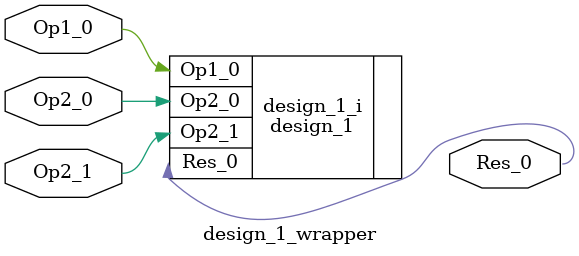
<source format=v>
`timescale 1 ps / 1 ps

module design_1_wrapper
   (Op1_0,
    Op2_0,
    Op2_1,
    Res_0);
  input [0:0]Op1_0;
  input [0:0]Op2_0;
  input [0:0]Op2_1;
  output [0:0]Res_0;

  wire [0:0]Op1_0;
  wire [0:0]Op2_0;
  wire [0:0]Op2_1;
  wire [0:0]Res_0;

  design_1 design_1_i
       (.Op1_0(Op1_0),
        .Op2_0(Op2_0),
        .Op2_1(Op2_1),
        .Res_0(Res_0));
endmodule

</source>
